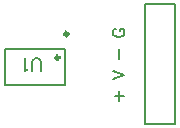
<source format=gto>
G04 Layer: TopSilkscreenLayer*
G04 EasyEDA v6.5.40, 2024-04-23 11:12:17*
G04 45372c239a9944829bc47fabed68c66d,2d5800d2cc32464ebd88bb1e24ba3ef2,10*
G04 Gerber Generator version 0.2*
G04 Scale: 100 percent, Rotated: No, Reflected: No *
G04 Dimensions in millimeters *
G04 leading zeros omitted , absolute positions ,4 integer and 5 decimal *
%FSLAX45Y45*%
%MOMM*%

%ADD10C,0.2032*%
%ADD11C,0.1524*%
%ADD12C,0.2030*%
%ADD13C,0.3000*%

%LPD*%
D10*
X1689354Y8893555D02*
G01*
X1772412Y8893555D01*
X1731010Y8851900D02*
G01*
X1731010Y8934958D01*
X1675384Y9036558D02*
G01*
X1772412Y9073642D01*
X1675384Y9110471D02*
G01*
X1772412Y9073642D01*
X1731010Y9212071D02*
G01*
X1731010Y9295129D01*
X1698497Y9466071D02*
G01*
X1689354Y9461500D01*
X1680210Y9452355D01*
X1675384Y9442958D01*
X1675384Y9424670D01*
X1680210Y9415271D01*
X1689354Y9406128D01*
X1698497Y9401555D01*
X1712468Y9396729D01*
X1735581Y9396729D01*
X1749297Y9401555D01*
X1758695Y9406128D01*
X1767839Y9415271D01*
X1772412Y9424670D01*
X1772412Y9442958D01*
X1767839Y9452355D01*
X1758695Y9461500D01*
X1749297Y9466071D01*
X1735581Y9466071D01*
X1735581Y9442958D02*
G01*
X1735581Y9466071D01*
D11*
X1066800Y9104884D02*
G01*
X1066800Y9182862D01*
X1061720Y9198355D01*
X1051305Y9208770D01*
X1035557Y9213850D01*
X1025144Y9213850D01*
X1009650Y9208770D01*
X999236Y9198355D01*
X994155Y9182862D01*
X994155Y9104884D01*
X959865Y9125712D02*
G01*
X949452Y9120378D01*
X933704Y9104884D01*
X933704Y9213850D01*
D10*
X2197100Y8661400D02*
G01*
X1943100Y8661400D01*
X1943100Y9677400D01*
X2197100Y9677400D01*
X2197100Y9486900D01*
D12*
X2197100Y8661400D02*
G01*
X2197100Y9486900D01*
D11*
X1268620Y9296140D02*
G01*
X1268620Y8991859D01*
X763379Y8991859D01*
X763379Y9296140D01*
X1268620Y9296140D01*
D13*
G75*
G01
X1221511Y9220911D02*
G03X1221511Y9220911I-15011J0D01*
G75*
G01
X1296162Y9421241D02*
G03X1296162Y9421241I-15011J0D01*
M02*

</source>
